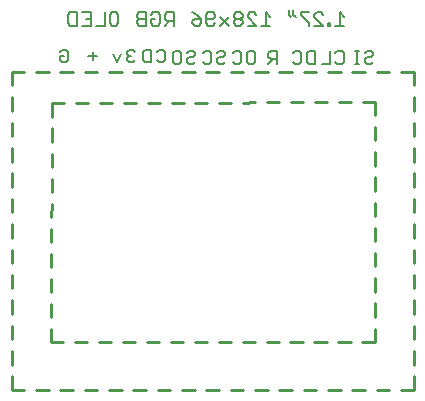
<source format=gbr>
G04 EAGLE Gerber RS-274X export*
G75*
%MOMM*%
%FSLAX34Y34*%
%LPD*%
%INSilkscreen Bottom*%
%IPPOS*%
%AMOC8*
5,1,8,0,0,1.08239X$1,22.5*%
G01*
%ADD10C,0.203200*%
%ADD11C,0.152400*%
%ADD12C,0.254000*%


D10*
X-129287Y140334D02*
X-127508Y142113D01*
X-123949Y142113D01*
X-122169Y140334D01*
X-122169Y133216D01*
X-123949Y131436D01*
X-127508Y131436D01*
X-129287Y133216D01*
X-129287Y136775D01*
X-125728Y136775D01*
X-105157Y136775D02*
X-98039Y136775D01*
X-101598Y140334D02*
X-101598Y133216D01*
X-67302Y142113D02*
X-65522Y140334D01*
X-67302Y142113D02*
X-70861Y142113D01*
X-72640Y140334D01*
X-72640Y138554D01*
X-70861Y136775D01*
X-69081Y136775D01*
X-70861Y136775D02*
X-72640Y134995D01*
X-72640Y133216D01*
X-70861Y131436D01*
X-67302Y131436D01*
X-65522Y133216D01*
X-77216Y138554D02*
X-80775Y131436D01*
X-84334Y138554D01*
X-47240Y140334D02*
X-45461Y142113D01*
X-41902Y142113D01*
X-40122Y140334D01*
X-40122Y133216D01*
X-41902Y131436D01*
X-45461Y131436D01*
X-47240Y133216D01*
X-51816Y131436D02*
X-51816Y142113D01*
X-51816Y131436D02*
X-57155Y131436D01*
X-58934Y133216D01*
X-58934Y140334D01*
X-57155Y142113D01*
X-51816Y142113D01*
X-21840Y139064D02*
X-20061Y140843D01*
X-16502Y140843D01*
X-14722Y139064D01*
X-14722Y137284D01*
X-16502Y135505D01*
X-20061Y135505D01*
X-21840Y133725D01*
X-21840Y131946D01*
X-20061Y130166D01*
X-16502Y130166D01*
X-14722Y131946D01*
X-28196Y140843D02*
X-31755Y140843D01*
X-28196Y140843D02*
X-26416Y139064D01*
X-26416Y131946D01*
X-28196Y130166D01*
X-31755Y130166D01*
X-33534Y131946D01*
X-33534Y139064D01*
X-31755Y140843D01*
X3560Y139064D02*
X5339Y140843D01*
X8898Y140843D01*
X10678Y139064D01*
X10678Y137284D01*
X8898Y135505D01*
X5339Y135505D01*
X3560Y133725D01*
X3560Y131946D01*
X5339Y130166D01*
X8898Y130166D01*
X10678Y131946D01*
X-6355Y140843D02*
X-8134Y139064D01*
X-6355Y140843D02*
X-2796Y140843D01*
X-1016Y139064D01*
X-1016Y131946D01*
X-2796Y130166D01*
X-6355Y130166D01*
X-8134Y131946D01*
X30739Y140843D02*
X34298Y140843D01*
X36078Y139064D01*
X36078Y131946D01*
X34298Y130166D01*
X30739Y130166D01*
X28960Y131946D01*
X28960Y139064D01*
X30739Y140843D01*
X19045Y140843D02*
X17266Y139064D01*
X19045Y140843D02*
X22605Y140843D01*
X24384Y139064D01*
X24384Y131946D01*
X22605Y130166D01*
X19045Y130166D01*
X17266Y131946D01*
X54361Y130166D02*
X54361Y140843D01*
X49022Y140843D01*
X47243Y139064D01*
X47243Y135505D01*
X49022Y133725D01*
X54361Y133725D01*
X50802Y133725D02*
X47243Y130166D01*
X86878Y130166D02*
X86878Y140843D01*
X86878Y130166D02*
X81539Y130166D01*
X79760Y131946D01*
X79760Y139064D01*
X81539Y140843D01*
X86878Y140843D01*
X69845Y140843D02*
X68066Y139064D01*
X69845Y140843D02*
X73405Y140843D01*
X75184Y139064D01*
X75184Y131946D01*
X73405Y130166D01*
X69845Y130166D01*
X68066Y131946D01*
X103890Y139064D02*
X105669Y140843D01*
X109228Y140843D01*
X111008Y139064D01*
X111008Y131946D01*
X109228Y130166D01*
X105669Y130166D01*
X103890Y131946D01*
X99314Y130166D02*
X99314Y140843D01*
X99314Y130166D02*
X92196Y130166D01*
X128611Y139064D02*
X130390Y140843D01*
X133949Y140843D01*
X135729Y139064D01*
X135729Y137284D01*
X133949Y135505D01*
X130390Y135505D01*
X128611Y133725D01*
X128611Y131946D01*
X130390Y130166D01*
X133949Y130166D01*
X135729Y131946D01*
X124035Y130166D02*
X120476Y130166D01*
X122256Y130166D02*
X122256Y140843D01*
X124035Y140843D02*
X120476Y140843D01*
D11*
X111177Y169819D02*
X107448Y173548D01*
X107448Y162362D01*
X103720Y162362D02*
X111177Y162362D01*
X99483Y162362D02*
X99483Y164226D01*
X97619Y164226D01*
X97619Y162362D01*
X99483Y162362D01*
X93636Y162362D02*
X86179Y162362D01*
X93636Y162362D02*
X86179Y169819D01*
X86179Y171683D01*
X88043Y173548D01*
X91772Y173548D01*
X93636Y171683D01*
X81942Y173548D02*
X74485Y173548D01*
X74485Y171683D01*
X81942Y164226D01*
X81942Y162362D01*
X68384Y171683D02*
X68384Y175412D01*
X68384Y171683D02*
X70248Y169819D01*
X64655Y171683D02*
X64655Y175412D01*
X64655Y171683D02*
X66520Y169819D01*
X48809Y169819D02*
X45081Y173548D01*
X45081Y162362D01*
X48809Y162362D02*
X41352Y162362D01*
X37115Y162362D02*
X29658Y162362D01*
X37115Y162362D02*
X29658Y169819D01*
X29658Y171683D01*
X31522Y173548D01*
X35251Y173548D01*
X37115Y171683D01*
X25421Y171683D02*
X23557Y173548D01*
X19828Y173548D01*
X17964Y171683D01*
X17964Y169819D01*
X19828Y167955D01*
X17964Y166091D01*
X17964Y164226D01*
X19828Y162362D01*
X23557Y162362D01*
X25421Y164226D01*
X25421Y166091D01*
X23557Y167955D01*
X25421Y169819D01*
X25421Y171683D01*
X23557Y167955D02*
X19828Y167955D01*
X13727Y169819D02*
X6270Y162362D01*
X13727Y162362D02*
X6270Y169819D01*
X2033Y164226D02*
X169Y162362D01*
X-3560Y162362D01*
X-5424Y164226D01*
X-5424Y171683D01*
X-3560Y173548D01*
X169Y173548D01*
X2033Y171683D01*
X2033Y169819D01*
X169Y167955D01*
X-5424Y167955D01*
X-13389Y171683D02*
X-17118Y173548D01*
X-13389Y171683D02*
X-9661Y167955D01*
X-9661Y164226D01*
X-11525Y162362D01*
X-15253Y162362D01*
X-17118Y164226D01*
X-17118Y166091D01*
X-15253Y167955D01*
X-9661Y167955D01*
X-33049Y162362D02*
X-33049Y173548D01*
X-38641Y173548D01*
X-40506Y171683D01*
X-40506Y167955D01*
X-38641Y166091D01*
X-33049Y166091D01*
X-36777Y166091D02*
X-40506Y162362D01*
X-50335Y173548D02*
X-52200Y171683D01*
X-50335Y173548D02*
X-46607Y173548D01*
X-44743Y171683D01*
X-44743Y164226D01*
X-46607Y162362D01*
X-50335Y162362D01*
X-52200Y164226D01*
X-52200Y167955D01*
X-48471Y167955D01*
X-56437Y162362D02*
X-56437Y173548D01*
X-62029Y173548D01*
X-63894Y171683D01*
X-63894Y169819D01*
X-62029Y167955D01*
X-63894Y166091D01*
X-63894Y164226D01*
X-62029Y162362D01*
X-56437Y162362D01*
X-56437Y167955D02*
X-62029Y167955D01*
X-81689Y173548D02*
X-85417Y173548D01*
X-81689Y173548D02*
X-79825Y171683D01*
X-79825Y164226D01*
X-81689Y162362D01*
X-85417Y162362D01*
X-87282Y164226D01*
X-87282Y171683D01*
X-85417Y173548D01*
X-91519Y173548D02*
X-91519Y162362D01*
X-98976Y162362D01*
X-103212Y173548D02*
X-110670Y173548D01*
X-103212Y173548D02*
X-103212Y162362D01*
X-110670Y162362D01*
X-106941Y167955D02*
X-103212Y167955D01*
X-114906Y173548D02*
X-114906Y162362D01*
X-120499Y162362D01*
X-122363Y164226D01*
X-122363Y171683D01*
X-120499Y173548D01*
X-114906Y173548D01*
D12*
X-170180Y123190D02*
X-170180Y111710D01*
X-170180Y101710D02*
X-170180Y90230D01*
X-170180Y80230D02*
X-170180Y68750D01*
X-170180Y58750D02*
X-170180Y47270D01*
X-170180Y37270D02*
X-170180Y25790D01*
X-170180Y15790D02*
X-170180Y4310D01*
X-170180Y-5690D02*
X-170180Y-17170D01*
X-170180Y-27170D02*
X-170180Y-38650D01*
X-170180Y-48650D02*
X-170180Y-60130D01*
X-170180Y-70130D02*
X-170180Y-81610D01*
X-170180Y-91610D02*
X-170180Y-103090D01*
X-170180Y-113090D02*
X-170180Y-124570D01*
X-170180Y-134570D02*
X-170180Y-146050D01*
X-159571Y-146050D01*
X-149571Y-146050D02*
X-138961Y-146050D01*
X-128961Y-146050D02*
X-118352Y-146050D01*
X-108352Y-146050D02*
X-97742Y-146050D01*
X-87742Y-146050D02*
X-77133Y-146050D01*
X-67133Y-146050D02*
X-56524Y-146050D01*
X-46524Y-146050D02*
X-35914Y-146050D01*
X-25914Y-146050D02*
X-15305Y-146050D01*
X-5305Y-146050D02*
X5305Y-146050D01*
X15305Y-146050D02*
X25914Y-146050D01*
X35914Y-146050D02*
X46524Y-146050D01*
X56524Y-146050D02*
X67133Y-146050D01*
X77133Y-146050D02*
X87742Y-146050D01*
X97742Y-146050D02*
X108352Y-146050D01*
X118352Y-146050D02*
X128961Y-146050D01*
X138961Y-146050D02*
X149571Y-146050D01*
X159571Y-146050D02*
X170180Y-146050D01*
X170180Y-134570D01*
X170180Y-124570D02*
X170180Y-113090D01*
X170180Y-103090D02*
X170180Y-91610D01*
X170180Y-81610D02*
X170180Y-70130D01*
X170180Y-60130D02*
X170180Y-48650D01*
X170180Y-38650D02*
X170180Y-27170D01*
X170180Y-17170D02*
X170180Y-5690D01*
X170180Y4310D02*
X170180Y15790D01*
X170180Y25790D02*
X170180Y37270D01*
X170180Y47270D02*
X170180Y58750D01*
X170180Y68750D02*
X170180Y80230D01*
X170180Y90230D02*
X170180Y101710D01*
X170180Y111710D02*
X170180Y123190D01*
X159571Y123190D01*
X149571Y123190D02*
X138961Y123190D01*
X128961Y123190D02*
X118352Y123190D01*
X108352Y123190D02*
X97742Y123190D01*
X87742Y123190D02*
X77133Y123190D01*
X67133Y123190D02*
X56524Y123190D01*
X46524Y123190D02*
X35914Y123190D01*
X25914Y123190D02*
X15305Y123190D01*
X5305Y123190D02*
X-5305Y123190D01*
X-15305Y123190D02*
X-25914Y123190D01*
X-35914Y123190D02*
X-46524Y123190D01*
X-56524Y123190D02*
X-67133Y123190D01*
X-77133Y123190D02*
X-87742Y123190D01*
X-97742Y123190D02*
X-108352Y123190D01*
X-118352Y123190D02*
X-128961Y123190D01*
X-138961Y123190D02*
X-149571Y123190D01*
X-159571Y123190D02*
X-170180Y123190D01*
X-135890Y96520D02*
X-125672Y96568D01*
X-115672Y96614D02*
X-105454Y96662D01*
X-95454Y96708D02*
X-85236Y96756D01*
X-75236Y96802D02*
X-65019Y96850D01*
X-55019Y96896D02*
X-44801Y96944D01*
X-34801Y96990D02*
X-24583Y97038D01*
X-14583Y97084D02*
X-4365Y97132D01*
X5635Y97178D02*
X15853Y97226D01*
X25853Y97272D02*
X36071Y97320D01*
X46071Y97366D02*
X56289Y97414D01*
X66289Y97460D02*
X76506Y97508D01*
X86506Y97554D02*
X96724Y97602D01*
X106724Y97648D02*
X116942Y97696D01*
X126942Y97742D02*
X137160Y97790D01*
X137160Y86470D01*
X137160Y76470D02*
X137160Y65150D01*
X137160Y55150D02*
X137160Y43830D01*
X137160Y33830D02*
X137160Y22510D01*
X137160Y12510D02*
X137160Y1190D01*
X137160Y-8810D02*
X137160Y-20130D01*
X137160Y-30130D02*
X137160Y-41450D01*
X137160Y-51450D02*
X137160Y-62770D01*
X137160Y-72770D02*
X137160Y-84090D01*
X137160Y-94090D02*
X137160Y-105410D01*
X126851Y-105410D01*
X116851Y-105410D02*
X106543Y-105410D01*
X96543Y-105410D02*
X86234Y-105410D01*
X76234Y-105410D02*
X65926Y-105410D01*
X55926Y-105410D02*
X45617Y-105410D01*
X35617Y-105410D02*
X25309Y-105410D01*
X15309Y-105410D02*
X5000Y-105410D01*
X-5000Y-105410D02*
X-15309Y-105410D01*
X-25309Y-105410D02*
X-35617Y-105410D01*
X-45617Y-105410D02*
X-55926Y-105410D01*
X-65926Y-105410D02*
X-76234Y-105410D01*
X-86234Y-105410D02*
X-96543Y-105410D01*
X-106543Y-105410D02*
X-116851Y-105410D01*
X-126851Y-105410D02*
X-137160Y-105410D01*
X-137090Y-94217D01*
X-137027Y-84217D02*
X-136956Y-73024D01*
X-136893Y-63024D02*
X-136823Y-51831D01*
X-136760Y-41831D02*
X-136690Y-30638D01*
X-136627Y-20638D02*
X-136556Y-9445D01*
X-136494Y555D02*
X-136423Y11748D01*
X-136360Y21748D02*
X-136290Y32941D01*
X-136227Y42941D02*
X-136157Y54134D01*
X-136094Y64134D02*
X-136023Y75327D01*
X-135960Y85327D02*
X-135890Y96520D01*
M02*

</source>
